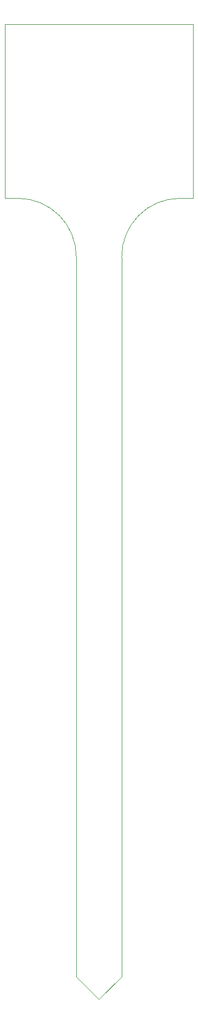
<source format=gko>
%FSLAX25Y25*%
%MOIN*%
G70*
G01*
G75*
G04 Layer_Color=16711935*
%ADD10R,0.03937X0.02756*%
%ADD11R,0.02362X0.03937*%
%ADD12R,0.01969X0.03937*%
%ADD13R,0.02756X0.03937*%
%ADD14R,0.06299X0.07874*%
%ADD15O,0.02165X0.06496*%
%ADD16O,0.06496X0.02165*%
%ADD17R,0.02362X0.05118*%
%ADD18R,0.06299X0.02756*%
%ADD19R,0.02362X0.05906*%
%ADD20R,0.03150X0.09843*%
%ADD21R,0.03150X0.07480*%
%ADD22R,0.07480X0.03150*%
%ADD23C,0.00787*%
%ADD24C,0.07874*%
G04:AMPARAMS|DCode=25|XSize=78.74mil|YSize=78.74mil|CornerRadius=19.69mil|HoleSize=0mil|Usage=FLASHONLY|Rotation=270.000|XOffset=0mil|YOffset=0mil|HoleType=Round|Shape=RoundedRectangle|*
%AMROUNDEDRECTD25*
21,1,0.07874,0.03937,0,0,270.0*
21,1,0.03937,0.07874,0,0,270.0*
1,1,0.03937,-0.01969,-0.01969*
1,1,0.03937,-0.01969,0.01969*
1,1,0.03937,0.01969,0.01969*
1,1,0.03937,0.01969,-0.01969*
%
%ADD25ROUNDEDRECTD25*%
%ADD26C,0.07874*%
%ADD27C,0.05906*%
%ADD28R,0.05906X0.05906*%
%ADD29R,0.05906X0.05906*%
%ADD30C,0.04724*%
%ADD31C,0.02756*%
%ADD32R,0.04724X0.04724*%
%ADD33C,0.05906*%
%ADD34C,0.01000*%
%ADD35C,0.00984*%
%ADD36C,0.02362*%
%ADD37C,0.00394*%
%ADD38R,0.04737X0.03556*%
%ADD39R,0.03162X0.04737*%
%ADD40R,0.02769X0.04737*%
%ADD41R,0.03556X0.04737*%
%ADD42R,0.07099X0.08674*%
%ADD43O,0.02965X0.07296*%
%ADD44O,0.07296X0.02965*%
%ADD45R,0.03162X0.05918*%
%ADD46R,0.07099X0.03556*%
%ADD47R,0.03162X0.06706*%
%ADD48R,0.03950X0.10642*%
%ADD49R,0.03950X0.08280*%
%ADD50R,0.08280X0.03950*%
%ADD51C,0.00800*%
G04:AMPARAMS|DCode=52|XSize=86.74mil|YSize=86.74mil|CornerRadius=23.69mil|HoleSize=0mil|Usage=FLASHONLY|Rotation=270.000|XOffset=0mil|YOffset=0mil|HoleType=Round|Shape=RoundedRectangle|*
%AMROUNDEDRECTD52*
21,1,0.08674,0.03937,0,0,270.0*
21,1,0.03937,0.08674,0,0,270.0*
1,1,0.04737,-0.01969,-0.01969*
1,1,0.04737,-0.01969,0.01969*
1,1,0.04737,0.01969,0.01969*
1,1,0.04737,0.01969,-0.01969*
%
%ADD52ROUNDEDRECTD52*%
%ADD53C,0.08674*%
%ADD54C,0.06706*%
%ADD55R,0.06706X0.06706*%
%ADD56R,0.06706X0.06706*%
%ADD57C,0.05524*%
%ADD58C,0.03556*%
%ADD59R,0.05524X0.05524*%
D37*
X-0Y239173D02*
G03*
X-35433Y274606I-35433J0D01*
G01*
X62992Y274606D02*
G03*
X27559Y239173I0J-35433D01*
G01*
X13780Y-210630D02*
X27559Y-196850D01*
X0D02*
X13779Y-210630D01*
X0Y-196850D02*
Y239173D01*
X62992Y274606D02*
X70866D01*
X-43307D02*
X-35433D01*
X-43307D02*
Y379921D01*
X70866Y274606D02*
Y379921D01*
X-43307D02*
X70866D01*
X27559Y-196850D02*
Y239173D01*
M02*

</source>
